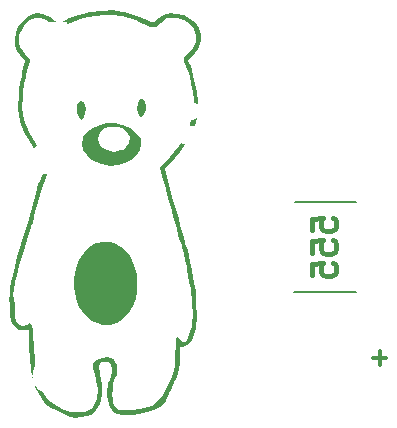
<source format=gbo>
G04 #@! TF.GenerationSoftware,KiCad,Pcbnew,8.0.1*
G04 #@! TF.CreationDate,2024-05-04T01:11:32+08:00*
G04 #@! TF.ProjectId,555Sandbox,35353553-616e-4646-926f-782e6b696361,rev?*
G04 #@! TF.SameCoordinates,Original*
G04 #@! TF.FileFunction,Legend,Bot*
G04 #@! TF.FilePolarity,Positive*
%FSLAX46Y46*%
G04 Gerber Fmt 4.6, Leading zero omitted, Abs format (unit mm)*
G04 Created by KiCad (PCBNEW 8.0.1) date 2024-05-04 01:11:32*
%MOMM*%
%LPD*%
G01*
G04 APERTURE LIST*
G04 Aperture macros list*
%AMRoundRect*
0 Rectangle with rounded corners*
0 $1 Rounding radius*
0 $2 $3 $4 $5 $6 $7 $8 $9 X,Y pos of 4 corners*
0 Add a 4 corners polygon primitive as box body*
4,1,4,$2,$3,$4,$5,$6,$7,$8,$9,$2,$3,0*
0 Add four circle primitives for the rounded corners*
1,1,$1+$1,$2,$3*
1,1,$1+$1,$4,$5*
1,1,$1+$1,$6,$7*
1,1,$1+$1,$8,$9*
0 Add four rect primitives between the rounded corners*
20,1,$1+$1,$2,$3,$4,$5,0*
20,1,$1+$1,$4,$5,$6,$7,0*
20,1,$1+$1,$6,$7,$8,$9,0*
20,1,$1+$1,$8,$9,$2,$3,0*%
G04 Aperture macros list end*
%ADD10C,0.200000*%
%ADD11C,0.300000*%
%ADD12C,0.400000*%
%ADD13C,0.000000*%
%ADD14C,1.600000*%
%ADD15O,1.600000X1.600000*%
%ADD16R,1.600000X1.600000*%
%ADD17R,1.800000X1.800000*%
%ADD18C,1.800000*%
%ADD19O,2.200000X3.500000*%
%ADD20R,1.500000X2.500000*%
%ADD21O,1.500000X2.500000*%
%ADD22R,2.200000X2.200000*%
%ADD23O,2.200000X2.200000*%
%ADD24C,2.000000*%
%ADD25RoundRect,0.249999X1.300001X1.300001X-1.300001X1.300001X-1.300001X-1.300001X1.300001X-1.300001X0*%
%ADD26C,3.100000*%
%ADD27R,3.000000X3.000000*%
%ADD28C,3.000000*%
G04 APERTURE END LIST*
D10*
X100320000Y-81840000D02*
X105470000Y-81840000D01*
X105470000Y-89440000D02*
X100270000Y-89440000D01*
D11*
X106928571Y-95043100D02*
X108071429Y-95043100D01*
X107500000Y-94471671D02*
X107500000Y-95614528D01*
D12*
X101774438Y-84211428D02*
X101774438Y-83259047D01*
X101774438Y-83259047D02*
X102726819Y-83163809D01*
X102726819Y-83163809D02*
X102631580Y-83259047D01*
X102631580Y-83259047D02*
X102536342Y-83449523D01*
X102536342Y-83449523D02*
X102536342Y-83925714D01*
X102536342Y-83925714D02*
X102631580Y-84116190D01*
X102631580Y-84116190D02*
X102726819Y-84211428D01*
X102726819Y-84211428D02*
X102917295Y-84306666D01*
X102917295Y-84306666D02*
X103393485Y-84306666D01*
X103393485Y-84306666D02*
X103583961Y-84211428D01*
X103583961Y-84211428D02*
X103679200Y-84116190D01*
X103679200Y-84116190D02*
X103774438Y-83925714D01*
X103774438Y-83925714D02*
X103774438Y-83449523D01*
X103774438Y-83449523D02*
X103679200Y-83259047D01*
X103679200Y-83259047D02*
X103583961Y-83163809D01*
X101774438Y-86116190D02*
X101774438Y-85163809D01*
X101774438Y-85163809D02*
X102726819Y-85068571D01*
X102726819Y-85068571D02*
X102631580Y-85163809D01*
X102631580Y-85163809D02*
X102536342Y-85354285D01*
X102536342Y-85354285D02*
X102536342Y-85830476D01*
X102536342Y-85830476D02*
X102631580Y-86020952D01*
X102631580Y-86020952D02*
X102726819Y-86116190D01*
X102726819Y-86116190D02*
X102917295Y-86211428D01*
X102917295Y-86211428D02*
X103393485Y-86211428D01*
X103393485Y-86211428D02*
X103583961Y-86116190D01*
X103583961Y-86116190D02*
X103679200Y-86020952D01*
X103679200Y-86020952D02*
X103774438Y-85830476D01*
X103774438Y-85830476D02*
X103774438Y-85354285D01*
X103774438Y-85354285D02*
X103679200Y-85163809D01*
X103679200Y-85163809D02*
X103583961Y-85068571D01*
X101774438Y-88020952D02*
X101774438Y-87068571D01*
X101774438Y-87068571D02*
X102726819Y-86973333D01*
X102726819Y-86973333D02*
X102631580Y-87068571D01*
X102631580Y-87068571D02*
X102536342Y-87259047D01*
X102536342Y-87259047D02*
X102536342Y-87735238D01*
X102536342Y-87735238D02*
X102631580Y-87925714D01*
X102631580Y-87925714D02*
X102726819Y-88020952D01*
X102726819Y-88020952D02*
X102917295Y-88116190D01*
X102917295Y-88116190D02*
X103393485Y-88116190D01*
X103393485Y-88116190D02*
X103583961Y-88020952D01*
X103583961Y-88020952D02*
X103679200Y-87925714D01*
X103679200Y-87925714D02*
X103774438Y-87735238D01*
X103774438Y-87735238D02*
X103774438Y-87259047D01*
X103774438Y-87259047D02*
X103679200Y-87068571D01*
X103679200Y-87068571D02*
X103583961Y-86973333D01*
D13*
G36*
X82440372Y-73361053D02*
G01*
X82567226Y-73613511D01*
X82617896Y-73950912D01*
X82583291Y-74305046D01*
X82454319Y-74607707D01*
X82430099Y-74639775D01*
X82220180Y-74899014D01*
X82029649Y-74626993D01*
X81887577Y-74302689D01*
X81849829Y-73938219D01*
X81905953Y-73599400D01*
X82045500Y-73352052D01*
X82246425Y-73261743D01*
X82440372Y-73361053D01*
G37*
G36*
X87398171Y-73071909D02*
G01*
X87507600Y-73204536D01*
X87729191Y-73638998D01*
X87722233Y-74072970D01*
X87655935Y-74245985D01*
X87467848Y-74531649D01*
X87281363Y-74596713D01*
X87126493Y-74498849D01*
X87024305Y-74268474D01*
X86992139Y-73918051D01*
X87027544Y-73544580D01*
X87128066Y-73245060D01*
X87159387Y-73197800D01*
X87295850Y-73045166D01*
X87398171Y-73071909D01*
G37*
G36*
X84730790Y-85216563D02*
G01*
X85205632Y-85385454D01*
X85822077Y-85806424D01*
X86327605Y-86400967D01*
X86702727Y-87132886D01*
X86927955Y-87965982D01*
X86987128Y-88694343D01*
X86953724Y-89440985D01*
X86840173Y-90046498D01*
X86624611Y-90591030D01*
X86337023Y-91077624D01*
X85835578Y-91671155D01*
X85260398Y-92066424D01*
X84632978Y-92254022D01*
X83974814Y-92224538D01*
X83811518Y-92183189D01*
X83110547Y-91862862D01*
X82529684Y-91362966D01*
X82081726Y-90706039D01*
X81779472Y-89914620D01*
X81635718Y-89011247D01*
X81634735Y-88349574D01*
X81764857Y-87503200D01*
X82036930Y-86758307D01*
X82428216Y-86133764D01*
X82915981Y-85648447D01*
X83477489Y-85321225D01*
X84090004Y-85170973D01*
X84730790Y-85216563D01*
G37*
G36*
X85178561Y-75145590D02*
G01*
X85637769Y-75273635D01*
X85792802Y-75325773D01*
X86492101Y-75642564D01*
X86982802Y-76039866D01*
X87261727Y-76514327D01*
X87330255Y-76947582D01*
X87222601Y-77441230D01*
X86927999Y-77882638D01*
X86485899Y-78252832D01*
X85935751Y-78532837D01*
X85317003Y-78703679D01*
X84669107Y-78746384D01*
X84031512Y-78641978D01*
X83898577Y-78598122D01*
X83184326Y-78266895D01*
X82683723Y-77866496D01*
X82390110Y-77389633D01*
X82296775Y-76843568D01*
X82355253Y-76576987D01*
X83667511Y-76576987D01*
X83802180Y-76971755D01*
X83940830Y-77137784D01*
X84424657Y-77454174D01*
X84978312Y-77556100D01*
X85608897Y-77444568D01*
X85752331Y-77393902D01*
X86064516Y-77170639D01*
X86285658Y-76821576D01*
X86366482Y-76437607D01*
X86348426Y-76294375D01*
X86213221Y-76029419D01*
X85976114Y-75755909D01*
X85936769Y-75721315D01*
X85676999Y-75545350D01*
X85381343Y-75459089D01*
X84956037Y-75435631D01*
X84940934Y-75435617D01*
X84539611Y-75451383D01*
X84278296Y-75518169D01*
X84069208Y-75665202D01*
X83977190Y-75756517D01*
X83726366Y-76152208D01*
X83667511Y-76576987D01*
X82355253Y-76576987D01*
X82406122Y-76345090D01*
X82719157Y-75903714D01*
X83213373Y-75541932D01*
X83856522Y-75284952D01*
X84383373Y-75153260D01*
X84792241Y-75106135D01*
X85178561Y-75145590D01*
G37*
G36*
X85759302Y-65699065D02*
G01*
X85843622Y-65716993D01*
X86185608Y-65813094D01*
X86656176Y-65970459D01*
X87173231Y-66161039D01*
X87371549Y-66239031D01*
X88384612Y-66645646D01*
X88687315Y-66363620D01*
X89071835Y-66051346D01*
X89433338Y-65889212D01*
X89860980Y-65849260D01*
X90236559Y-65877787D01*
X90911491Y-66018554D01*
X91462889Y-66295891D01*
X91935537Y-66709083D01*
X92198977Y-67131255D01*
X92337258Y-67665416D01*
X92342130Y-68226844D01*
X92205342Y-68730817D01*
X92143558Y-68845229D01*
X91890198Y-69183967D01*
X91598709Y-69480966D01*
X91558404Y-69513929D01*
X91345324Y-69697609D01*
X91290713Y-69843560D01*
X91369204Y-70050309D01*
X91403262Y-70116521D01*
X91570264Y-70534667D01*
X91735631Y-71118708D01*
X91885883Y-71806018D01*
X92007543Y-72533970D01*
X92087130Y-73239937D01*
X92093431Y-73323263D01*
X92095952Y-74286288D01*
X91944873Y-75151508D01*
X91623615Y-76004386D01*
X91540069Y-76175867D01*
X91309718Y-76567375D01*
X90971966Y-77061482D01*
X90575595Y-77593547D01*
X90169389Y-78098929D01*
X89802133Y-78512988D01*
X89693214Y-78623025D01*
X89299140Y-79004976D01*
X89674855Y-80395296D01*
X89953838Y-81420888D01*
X90223440Y-82399176D01*
X90475415Y-83301111D01*
X90701518Y-84097643D01*
X90893505Y-84759722D01*
X91043130Y-85258299D01*
X91141075Y-85561292D01*
X91231254Y-85875659D01*
X91339136Y-86339569D01*
X91447588Y-86876404D01*
X91499235Y-87163094D01*
X91595810Y-87698259D01*
X91693191Y-88192302D01*
X91776734Y-88572802D01*
X91811551Y-88707689D01*
X91860002Y-88972877D01*
X91908950Y-89408888D01*
X91953031Y-89957789D01*
X91986876Y-90561649D01*
X91989936Y-90633603D01*
X92011706Y-91316504D01*
X92009954Y-91829617D01*
X91980929Y-92231128D01*
X91920882Y-92579223D01*
X91846135Y-92864685D01*
X91615247Y-93485539D01*
X91350483Y-93882167D01*
X91049935Y-94056931D01*
X90878016Y-94060784D01*
X90591429Y-94018722D01*
X90591625Y-94995863D01*
X90579103Y-95533376D01*
X90527001Y-95953162D01*
X90413893Y-96360639D01*
X90218353Y-96861226D01*
X90206983Y-96888319D01*
X90012147Y-97344797D01*
X89833426Y-97751454D01*
X89701881Y-98037958D01*
X89676410Y-98089671D01*
X89519504Y-98422683D01*
X89402844Y-98696873D01*
X89177291Y-98984370D01*
X88755257Y-99252992D01*
X88168991Y-99490487D01*
X87450745Y-99684604D01*
X86632770Y-99823092D01*
X86358487Y-99853344D01*
X85752042Y-99860518D01*
X85263524Y-99763339D01*
X84929746Y-99572605D01*
X84811701Y-99399674D01*
X84710065Y-99191037D01*
X84580108Y-98921022D01*
X84490108Y-98611022D01*
X84432901Y-98278243D01*
X84419448Y-97948116D01*
X84440108Y-97621022D01*
X84470108Y-97461022D01*
X84500108Y-97291022D01*
X84530108Y-97171022D01*
X84670108Y-96861022D01*
X84789317Y-96544377D01*
X84861486Y-96276835D01*
X84866820Y-95996311D01*
X84855857Y-95937844D01*
X84718468Y-95568779D01*
X84504893Y-95384985D01*
X84241820Y-95343725D01*
X83945880Y-95384080D01*
X83781255Y-95526802D01*
X83735786Y-95804379D01*
X83797311Y-96249297D01*
X83836356Y-96426921D01*
X83979500Y-97356900D01*
X83959330Y-98182963D01*
X83780317Y-98886543D01*
X83446933Y-99449072D01*
X83019502Y-99818845D01*
X82663836Y-99966312D01*
X82207344Y-100062278D01*
X81741811Y-100096335D01*
X81359020Y-100058074D01*
X81248532Y-100019662D01*
X80570794Y-99691796D01*
X80064707Y-99439892D01*
X79695983Y-99240157D01*
X79430334Y-99068794D01*
X79233472Y-98902010D01*
X79071107Y-98716011D01*
X78908953Y-98487001D01*
X78797132Y-98318500D01*
X78419328Y-97645838D01*
X78142851Y-96907203D01*
X77958267Y-96062124D01*
X77856141Y-95070131D01*
X77827588Y-94159958D01*
X77815965Y-92645905D01*
X77437637Y-92690072D01*
X77000922Y-92642062D01*
X76612266Y-92427928D01*
X76352820Y-92094415D01*
X76337042Y-92056131D01*
X76289095Y-91832299D01*
X76240454Y-91440094D01*
X76197579Y-90939861D01*
X76172666Y-90521191D01*
X76157871Y-90024100D01*
X76164767Y-89717688D01*
X76465707Y-89717688D01*
X76516906Y-89977568D01*
X76537923Y-90004392D01*
X76573907Y-90150663D01*
X76591464Y-90455416D01*
X76588178Y-90798628D01*
X76607139Y-91444482D01*
X76722858Y-91900851D01*
X76942280Y-92188716D01*
X77074464Y-92267856D01*
X77343485Y-92330421D01*
X77609031Y-92222087D01*
X77621337Y-92214100D01*
X77859792Y-92109675D01*
X78021114Y-92116375D01*
X78076876Y-92264552D01*
X78127497Y-92623505D01*
X78171191Y-93175206D01*
X78206168Y-93901628D01*
X78210669Y-94027959D01*
X78282250Y-95245024D01*
X78412512Y-96261848D01*
X78610381Y-97101542D01*
X78884782Y-97787219D01*
X79244640Y-98341990D01*
X79698881Y-98788969D01*
X80171041Y-99104339D01*
X80799886Y-99420801D01*
X81353633Y-99594902D01*
X81922254Y-99642761D01*
X82490108Y-99601022D01*
X82720796Y-99561136D01*
X82890108Y-99471022D01*
X83026964Y-99348229D01*
X83120108Y-99271022D01*
X83154883Y-99233815D01*
X83200108Y-99171022D01*
X83240108Y-99111022D01*
X83290108Y-99041022D01*
X83420108Y-98831022D01*
X83530108Y-98491022D01*
X83597722Y-98197487D01*
X83622875Y-97982590D01*
X83614112Y-97665639D01*
X83574972Y-97308170D01*
X83508996Y-96971720D01*
X83451029Y-96787396D01*
X83377451Y-96470107D01*
X83275095Y-96164392D01*
X83239079Y-95993004D01*
X83233212Y-95834886D01*
X83258262Y-95514054D01*
X83381007Y-95314351D01*
X83577307Y-95177323D01*
X83959596Y-95024308D01*
X84379256Y-94964288D01*
X84752606Y-95000875D01*
X84977421Y-95116888D01*
X85108560Y-95333891D01*
X85226381Y-95662771D01*
X85250039Y-95757869D01*
X85297461Y-96115266D01*
X85241528Y-96433487D01*
X85117842Y-96730392D01*
X84954689Y-97207782D01*
X84882544Y-97791131D01*
X84875921Y-98051536D01*
X84883235Y-98501593D01*
X84923591Y-98795079D01*
X85014865Y-99003748D01*
X85157135Y-99180297D01*
X85302044Y-99325472D01*
X85445111Y-99412769D01*
X85642422Y-99452681D01*
X85950065Y-99455700D01*
X86424128Y-99432321D01*
X86485340Y-99428791D01*
X87245595Y-99355902D01*
X87857117Y-99216876D01*
X88355049Y-98984282D01*
X88774531Y-98630693D01*
X89150706Y-98128679D01*
X89518714Y-97450809D01*
X89795453Y-96845113D01*
X89977981Y-96414164D01*
X90097554Y-96076151D01*
X90167237Y-95759746D01*
X90200098Y-95393618D01*
X90209201Y-94906439D01*
X90208905Y-94588047D01*
X90215372Y-94066236D01*
X90236078Y-93633358D01*
X90267696Y-93337730D01*
X90302500Y-93229087D01*
X90428934Y-93268557D01*
X90602495Y-93446559D01*
X90613557Y-93461491D01*
X90824140Y-93669251D01*
X91015656Y-93674511D01*
X91197567Y-93469751D01*
X91379338Y-93047449D01*
X91463059Y-92786283D01*
X91573733Y-92377774D01*
X91640075Y-92006019D01*
X91668334Y-91598762D01*
X91664759Y-91083745D01*
X91647945Y-90648553D01*
X91613307Y-90070785D01*
X91565943Y-89531187D01*
X91512671Y-89097979D01*
X91470712Y-88875130D01*
X91399821Y-88563074D01*
X91306883Y-88101346D01*
X91206896Y-87566085D01*
X91155983Y-87277509D01*
X91045696Y-86704766D01*
X90916993Y-86137320D01*
X90790963Y-85664997D01*
X90739584Y-85504085D01*
X90617831Y-85124642D01*
X90463873Y-84602138D01*
X90300529Y-84015628D01*
X90194618Y-83616247D01*
X90032890Y-83007158D01*
X89831108Y-82270236D01*
X89614610Y-81496937D01*
X89408737Y-80778714D01*
X89402091Y-80755887D01*
X89235041Y-80166978D01*
X89094266Y-79641079D01*
X88991549Y-79224528D01*
X88938677Y-78963661D01*
X88934109Y-78915986D01*
X89031632Y-78679202D01*
X89218965Y-78524743D01*
X89450370Y-78340890D01*
X89764421Y-78011570D01*
X90122716Y-77585508D01*
X90486852Y-77111429D01*
X90818428Y-76638056D01*
X91079041Y-76214113D01*
X91155764Y-76067340D01*
X91484300Y-75218843D01*
X91689923Y-74314018D01*
X91754584Y-73443204D01*
X91739133Y-73147328D01*
X91657264Y-72469391D01*
X91543693Y-71801503D01*
X91409992Y-71194218D01*
X91267734Y-70698085D01*
X91128494Y-70363658D01*
X91087306Y-70300142D01*
X90902680Y-69944899D01*
X90934577Y-69620438D01*
X91187711Y-69300116D01*
X91277602Y-69224322D01*
X91721891Y-68774495D01*
X91950422Y-68293939D01*
X91976256Y-67753894D01*
X91969127Y-67701667D01*
X91786869Y-67205335D01*
X91427696Y-66768858D01*
X90943063Y-66437634D01*
X90384427Y-66257063D01*
X90322095Y-66248516D01*
X89864845Y-66221340D01*
X89510039Y-66251896D01*
X89306239Y-66333399D01*
X89276054Y-66394662D01*
X89190092Y-66504723D01*
X88972067Y-66686515D01*
X88833479Y-66786876D01*
X88555997Y-66968673D01*
X88359399Y-67032459D01*
X88136731Y-66990908D01*
X87889560Y-66898741D01*
X87565705Y-66766408D01*
X87328600Y-66657913D01*
X87273802Y-66627298D01*
X86876027Y-66433095D01*
X86313889Y-66254898D01*
X85651852Y-66108601D01*
X84954383Y-66010101D01*
X84679480Y-65987618D01*
X84129182Y-65995039D01*
X83489752Y-66069797D01*
X82812013Y-66198540D01*
X82146786Y-66367917D01*
X81544892Y-66564576D01*
X81057153Y-66775166D01*
X80734392Y-66986334D01*
X80686226Y-67036696D01*
X80438698Y-67183979D01*
X80160164Y-67142458D01*
X79986371Y-66992872D01*
X79661657Y-66674246D01*
X79222631Y-66396556D01*
X78786883Y-66232226D01*
X78343476Y-66244518D01*
X77907566Y-66441787D01*
X77514616Y-66781897D01*
X77200086Y-67222709D01*
X76999437Y-67722087D01*
X76948132Y-68237895D01*
X76967919Y-68393601D01*
X77083272Y-68688575D01*
X77305872Y-69050072D01*
X77502096Y-69299476D01*
X77736317Y-69589945D01*
X77880923Y-69817648D01*
X77905962Y-69920842D01*
X77790166Y-70200983D01*
X77665459Y-70654616D01*
X77541047Y-71227122D01*
X77426133Y-71863881D01*
X77329923Y-72510276D01*
X77261621Y-73111688D01*
X77230433Y-73613496D01*
X77236879Y-73891022D01*
X77420931Y-74896110D01*
X77794533Y-75887502D01*
X78369059Y-76889984D01*
X79007360Y-77749088D01*
X79296555Y-78108694D01*
X79520976Y-78396469D01*
X79648204Y-78570411D01*
X79665243Y-78601424D01*
X79624873Y-78722230D01*
X79519784Y-78991999D01*
X79394045Y-79300551D01*
X79052897Y-80203890D01*
X78727059Y-81238081D01*
X78402231Y-82449010D01*
X78361188Y-82614266D01*
X78231081Y-83121976D01*
X78109444Y-83560881D01*
X78012603Y-83873900D01*
X77968471Y-83987239D01*
X77901486Y-84166523D01*
X77786768Y-84525262D01*
X77636232Y-85021993D01*
X77461794Y-85615254D01*
X77275369Y-86263582D01*
X77088873Y-86925514D01*
X76914220Y-87559588D01*
X76763327Y-88124340D01*
X76648107Y-88578308D01*
X76642717Y-88600584D01*
X76507800Y-89256605D01*
X76465707Y-89717688D01*
X76164767Y-89717688D01*
X76168362Y-89557964D01*
X76210877Y-89087595D01*
X76292152Y-88577805D01*
X76418922Y-87993403D01*
X76597923Y-87299203D01*
X76835892Y-86460015D01*
X77139565Y-85440650D01*
X77154976Y-85389671D01*
X77460027Y-84378836D01*
X77705004Y-83561434D01*
X77897199Y-82912206D01*
X78043902Y-82405897D01*
X78152406Y-82017251D01*
X78230003Y-81721010D01*
X78283985Y-81491919D01*
X78294604Y-81442373D01*
X78379375Y-81121937D01*
X78520816Y-80670256D01*
X78692793Y-80169409D01*
X78749993Y-80012193D01*
X78966928Y-79414513D01*
X79106678Y-78993048D01*
X79176384Y-78711287D01*
X79183183Y-78532719D01*
X79134216Y-78420833D01*
X79072294Y-78363902D01*
X78797689Y-78096008D01*
X78472757Y-77680542D01*
X78125543Y-77165913D01*
X77784095Y-76600524D01*
X77476462Y-76032783D01*
X77230691Y-75511096D01*
X77074830Y-75083868D01*
X77033712Y-74845617D01*
X76996907Y-74499232D01*
X76938148Y-74270317D01*
X76897230Y-73995114D01*
X76895241Y-73549053D01*
X76927316Y-72985874D01*
X76988588Y-72359320D01*
X77074191Y-71723130D01*
X77179261Y-71131045D01*
X77251158Y-70813200D01*
X77478442Y-69909253D01*
X77055852Y-69393537D01*
X76814621Y-69075563D01*
X76687929Y-68810518D01*
X76639685Y-68494826D01*
X76633261Y-68180818D01*
X76709669Y-67460308D01*
X76951564Y-66878403D01*
X77377958Y-66397908D01*
X77647318Y-66196653D01*
X78021167Y-65985514D01*
X78371458Y-65851598D01*
X78537704Y-65824806D01*
X79031964Y-65910357D01*
X79558266Y-66137323D01*
X80015284Y-66461177D01*
X80041252Y-66485548D01*
X80271853Y-66677086D01*
X80434152Y-66713315D01*
X80556117Y-66652555D01*
X81235546Y-66276066D01*
X82073142Y-65971911D01*
X83006610Y-65751110D01*
X83973657Y-65624688D01*
X84911986Y-65603665D01*
X85759302Y-65699065D01*
G37*
%LPC*%
D14*
X110900000Y-84540000D03*
D15*
X110900000Y-82000000D03*
D14*
X110900000Y-89630000D03*
D15*
X110900000Y-87090000D03*
D16*
X106720000Y-89440000D03*
D15*
X106720000Y-86900000D03*
X106720000Y-84360000D03*
X106720000Y-81820000D03*
X99100000Y-81820000D03*
X99100000Y-84360000D03*
X99100000Y-86900000D03*
X99100000Y-89440000D03*
D17*
X130020000Y-76830000D03*
D18*
X132560000Y-76830000D03*
D19*
X117270000Y-98300000D03*
X125470000Y-98300000D03*
D20*
X119370000Y-98300000D03*
D21*
X121370000Y-98300000D03*
X123370000Y-98300000D03*
D17*
X110050000Y-97050000D03*
D18*
X107510000Y-97050000D03*
D14*
X113930000Y-82010000D03*
D15*
X113930000Y-89630000D03*
D22*
X88110000Y-86940000D03*
D23*
X95730000Y-86940000D03*
D24*
X97200000Y-66800000D03*
X103700000Y-66800000D03*
X97200000Y-71300000D03*
X103700000Y-71300000D03*
D16*
X91500000Y-76124264D03*
D14*
X91500000Y-74124264D03*
D17*
X136330000Y-73630000D03*
D18*
X138870000Y-73630000D03*
D14*
X95220000Y-93240000D03*
D15*
X87600000Y-93240000D03*
D14*
X113705000Y-94050000D03*
D15*
X116245000Y-94050000D03*
D17*
X136350000Y-86030000D03*
D18*
X138890000Y-86030000D03*
D16*
X119530000Y-72130000D03*
D15*
X119530000Y-74670000D03*
X119530000Y-77210000D03*
X119530000Y-79750000D03*
X119530000Y-82290000D03*
X119530000Y-84830000D03*
X119530000Y-87370000D03*
X119530000Y-89910000D03*
X119530000Y-92450000D03*
X127150000Y-92450000D03*
X127150000Y-89910000D03*
X127150000Y-87370000D03*
X127150000Y-84830000D03*
X127150000Y-82290000D03*
X127150000Y-79750000D03*
X127150000Y-77210000D03*
X127150000Y-74670000D03*
X127150000Y-72130000D03*
D17*
X136335000Y-92230000D03*
D18*
X138875000Y-92230000D03*
D14*
X108890000Y-77500000D03*
D15*
X116510000Y-77500000D03*
D25*
X114350000Y-68000000D03*
D26*
X108350000Y-68000000D03*
D14*
X88110000Y-83750000D03*
D15*
X95730000Y-83750000D03*
D17*
X130000000Y-83030000D03*
D18*
X132540000Y-83030000D03*
D14*
X96400000Y-80700000D03*
X91400000Y-80700000D03*
D22*
X95730000Y-90140000D03*
D23*
X88110000Y-90140000D03*
D14*
X99020000Y-92540000D03*
X104020000Y-92540000D03*
D17*
X130020000Y-70580000D03*
D18*
X132560000Y-70580000D03*
D14*
X116930000Y-89630000D03*
D15*
X116930000Y-82010000D03*
D17*
X136355000Y-79830000D03*
D18*
X138895000Y-79830000D03*
D17*
X136330000Y-67380000D03*
D18*
X138870000Y-67380000D03*
D17*
X129985000Y-95430000D03*
D18*
X132525000Y-95430000D03*
D14*
X99110000Y-78740000D03*
D15*
X106730000Y-78740000D03*
D17*
X129985000Y-89230000D03*
D18*
X132525000Y-89230000D03*
D27*
X79550000Y-68050000D03*
D28*
X79550000Y-73050000D03*
X79550000Y-78050000D03*
D27*
X79550000Y-86550000D03*
D28*
X79550000Y-91550000D03*
X79550000Y-96550000D03*
%LPD*%
M02*

</source>
